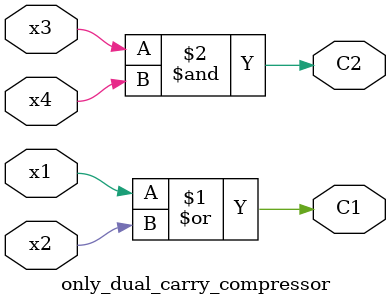
<source format=v>
module only_dual_carry_compressor(
    input x1,
    input x2,
    input x3,
    input x4,
    output C1,
    output C2
);

    assign C1 = x1 | x2;
    assign C2 = x3 & x4;
endmodule

</source>
